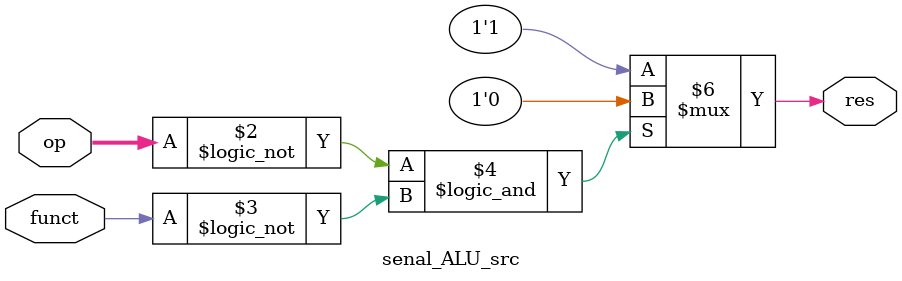
<source format=sv>
module senal_ALU_src (op, funct, res);
	
	input logic [1:0] op;
	input logic funct;
	output logic res;
	
	always @ (funct or op) begin
		if(op == 2'b00 && !funct) res = 0;
		else res = 1;
	end
	
endmodule 
</source>
